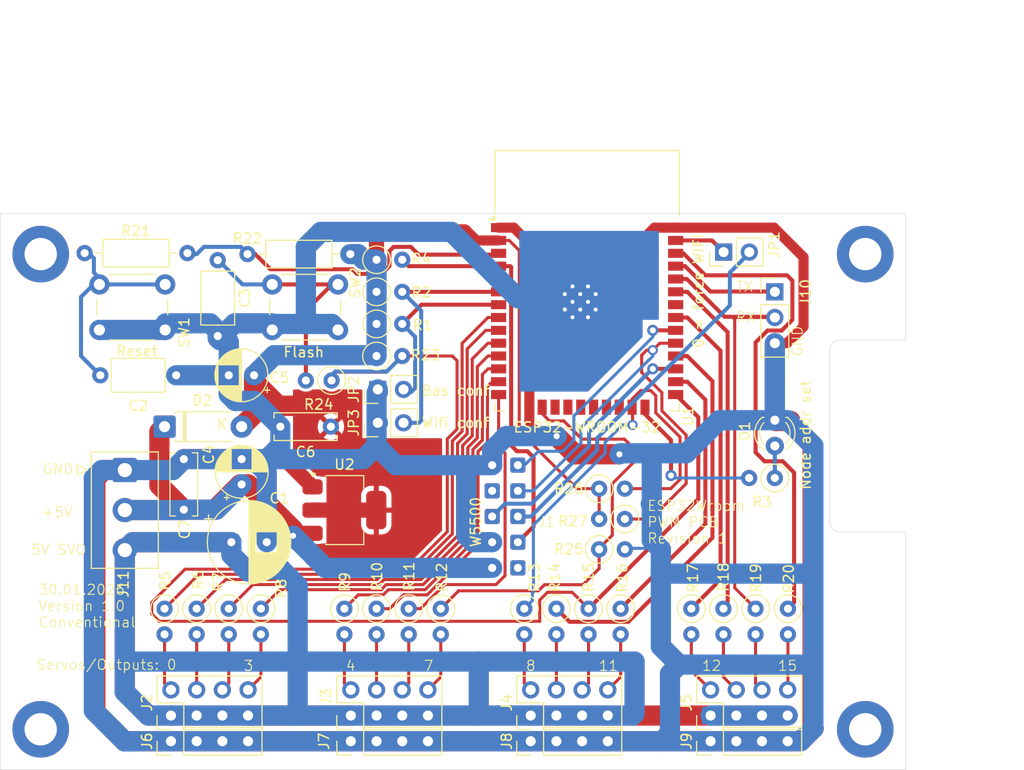
<source format=kicad_pcb>
(kicad_pcb (version 20241229) (generator "pcbnew") (generator_version "9.0")
  (title_block (title "ESP32 Wroom PWM PCB") (date "2025-12-02") (rev "1.0") (company "Rolf Jethon privat"))
  (layers (0 "F.Cu" signal) (2 "B.Cu" signal) (13 "F.Paste" user) (15 "B.Paste" user) (5 "F.SilkS" user "F.Silkscreen") (7 "B.SilkS" user "B.Silkscreen") (1 "F.Mask" user) (3 "B.Mask" user) (25 "Edge.Cuts" user))
  (net 0 "")
  (net 1 "GND")
  (net 2 "+5C")
  (net 3 "Net-(D1-A)")
  (net 5 "+5V")
  (net 6 "+3.3V")
  (net 7 "Net-(J1-RST)")
  (net 8 "Net-(J1-MOSI)")
  (net 9 "Net-(J1-SCLK)")
  (net 10 "Net-(J1-SCS)")
  (net 11 "Net-(J2-Pin_6)")
  (net 12 "Net-(J2-Pin_2)")
  (net 13 "Net-(J2-Pin_8)")
  (net 14 "Net-(J2-Pin_4)")
  (net 15 "Net-(J3-Pin_4)")
  (net 16 "Net-(J3-Pin_8)")
  (net 17 "Net-(J3-Pin_6)")
  (net 18 "Net-(J3-Pin_2)")
  (net 19 "Net-(J4-Pin_6)")
  (net 20 "Net-(J4-Pin_2)")
  (net 21 "Net-(J4-Pin_4)")
  (net 22 "Net-(J4-Pin_8)")
  (net 23 "Net-(J5-Pin_4)")
  (net 24 "Net-(J5-Pin_6)")
  (net 25 "Net-(J5-Pin_8)")
  (net 26 "Net-(J5-Pin_2)")
  (net 27 "Net-(JP1-A)")
  (net 28 "Net-(JP2-B)")
  (net 29 "Net-(JP3-B)")
  (net 30 "Net-(U1-IO2)")
  (net 31 "Net-(J10-Pin_2)")
  (net 32 "Net-(J10-Pin_1)")
  (net 34 "Net-(U1-IO33)")
  (net 36 "Net-(U1-IO32)")
  (net 37 "Net-(U1-IO27)")
  (net 40 "Net-(U1-IO26)")
  (net 42 "Net-(U1-IO25)")
  (net 44 "Net-(U1-IO17)")
  (net 45 "Net-(U1-IO15)")
  (net 47 "Net-(U1-IO14)")
  (net 48 "Net-(U1-IO13)")
  (net 49 "Net-(U1-IO12)")
  (net 50 "Net-(U1-IO4)")
  (net 51 "Net-(U1-IO0)")
  (net 53 "Net-(U1-EN)")
  (net 54 "Net-(J1-MISO)")
  (net 55 "Net-(C2-Pad1)")
  (net 56 "Net-(C3-Pad1)")
  (net 57 "Net-(U1-IO19)")
  (net 58 "Net-(U1-IO21)")
  (net 59 "Net-(U1-IO22)")
  (footprint "Capacitor_THT:C_Disc_D6.0mm_W2.5mm_P5.00mm" (layer "F.Cu") (at 144.145 83.78 90)
    (property "Reference" "C7")
    (property "Value" "100nF")
  )
  (footprint "Resistor_THT:R_Axial_DIN0207_L6.3mm_D2.5mm_P2.54mm_Vertical" (layer "F.Cu") (at 185.2 87.7)
    (property "Reference" "R25")
    (property "Value" "10K" (hide yes))
  )
  (footprint "Connector_PinHeader_2.54mm:PinHeader_2x04_P2.54mm_Vertical" (layer "F.Cu") (at 196.215 104.14 90)
    (property "Reference" "J5")
    (property "Value" "~")
  )
  (footprint "Resistor_THT:R_Axial_DIN0207_L6.3mm_D2.5mm_P2.54mm_Vertical" (layer "F.Cu") (at 180.975 93.57 -90)
    (property "Reference" "R14")
    (property "Value" "120")
  )
  (footprint "Resistor_THT:R_Axial_DIN0207_L6.3mm_D2.5mm_P2.54mm_Vertical" (layer "F.Cu") (at 202.565 80.645 180)
    (property "Reference" "R3")
    (property "Value" "220")
  )
  (footprint "Connector_PinHeader_2.54mm:PinHeader_2x04_P2.54mm_Vertical" (layer "F.Cu") (at 178.435 104.14 90)
    (property "Reference" "J4")
    (property "Value" "~")
  )
  (footprint "Connector_PinHeader_2.54mm:PinHeader_1x03_P2.54mm_Vertical" (layer "F.Cu") (at 202.565 62.23)
    (property "Reference" "J10")
    (property "Value" "Programming")
  )
  (footprint "Capacitor_THT:C_Axial_L5.1mm_D3.1mm_P7.50mm_Horizontal" (layer "F.Cu") (at 147.5 59.1 -90)
    (property "Reference" "C3")
    (property "Value" "1nF")
  )
  (footprint "Resistor_THT:R_Axial_DIN0207_L6.3mm_D2.5mm_P2.54mm_Vertical" (layer "F.Cu") (at 169.545 93.57 -90)
    (property "Reference" "R12")
    (property "Value" "120")
  )
  (footprint "Connector_PinHeader_2.54mm:PinHeader_1x04_P2.54mm_Vertical" (layer "F.Cu") (at 178.435 106.68 90)
    (property "Reference" "J8")
    (property "Value" "~")
  )
  (footprint "Connector_PinHeader_2.54mm:PinHeader_1x02_P2.54mm_Vertical" (layer "F.Cu") (at 197.5 58.3 90)
    (property "Reference" "JP1")
    (property "Value" "0 = force WIFI")
  )
  (footprint "Mylib:W5500_Modul" (layer "F.Cu") (at 177.165 84.455)
    (property "Reference" "J1")
    (property "Value" "W5500")
  )
  (footprint "Resistor_THT:R_Axial_DIN0207_L6.3mm_D2.5mm_P2.54mm_Vertical" (layer "F.Cu") (at 163.195 68.58)
    (property "Reference" "R23")
    (property "Value" "10K")
  )
  (footprint "Capacitor_THT:CP_Radial_D5.0mm_P2.50mm" (layer "F.Cu") (at 149.86 81.28 90)
    (property "Reference" "C4")
    (property "Value" "10µf")
  )
  (footprint "Resistor_THT:R_Axial_DIN0207_L6.3mm_D2.5mm_P2.54mm_Vertical" (layer "F.Cu") (at 160.02 93.57 -90)
    (property "Reference" "R9")
    (property "Value" "120")
  )
  (footprint "MountingHole:MountingHole_3.2mm_M3_DIN965_Pad_TopBottom" (layer "F.Cu") (at 130 105.5)
    (property "Reference" "REF**" (hide yes))
    (property "Value" "MountingHole_3.2mm_M3_DIN965_Pad_TopBottom" (hide yes))
  )
  (footprint "Resistor_THT:R_Axial_DIN0207_L6.3mm_D2.5mm_P2.54mm_Vertical" (layer "F.Cu") (at 185.2 81.7)
    (property "Reference" "R26")
    (property "Value" "10K" (hide yes))
  )
  (footprint "Resistor_THT:R_Axial_DIN0207_L6.3mm_D2.5mm_P2.54mm_Vertical" (layer "F.Cu") (at 142.24 93.57 -90)
    (property "Reference" "R5")
    (property "Value" "120")
  )
  (footprint "Resistor_THT:R_Axial_DIN0207_L6.3mm_D2.5mm_P2.54mm_Vertical" (layer "F.Cu") (at 166.38 93.57 -90)
    (property "Reference" "R11")
    (property "Value" "120")
  )
  (footprint "Capacitor_THT:CP_Radial_D8.0mm_P3.50mm" (layer "F.Cu") (at 148.842349 86.995)
    (property "Reference" "C1")
    (property "Value" "470µ")
  )
  (footprint "Capacitor_THT:C_Axial_L5.1mm_D3.1mm_P7.50mm_Horizontal" (layer "F.Cu") (at 135.89 70.485)
    (property "Reference" "C2")
    (property "Value" "1nF")
  )
  (footprint "Resistor_THT:R_Axial_DIN0207_L6.3mm_D2.5mm_P2.54mm_Vertical" (layer "F.Cu") (at 177.8 93.57 -90)
    (property "Reference" "R13")
    (property "Value" "120")
  )
  (footprint "Resistor_THT:R_Axial_DIN0207_L6.3mm_D2.5mm_P10.16mm_Horizontal" (layer "F.Cu") (at 144.5 58.4 180)
    (property "Reference" "R21")
    (property "Value" "470")
  )
  (footprint "Mylib:ESP32-WROOM-32" (layer "F.Cu") (at 184.01 64.13)
    (property "Reference" "U1")
    (property "Value" "ESP32-WROOM-32")
  )
  (footprint "Resistor_THT:R_Axial_DIN0207_L6.3mm_D2.5mm_P2.54mm_Vertical" (layer "F.Cu") (at 184.15 93.57 -90)
    (property "Reference" "R15")
    (property "Value" "120")
  )
  (footprint "Resistor_THT:R_Axial_DIN0207_L6.3mm_D2.5mm_P2.54mm_Vertical" (layer "F.Cu") (at 203.8604 93.57 -90)
    (property "Reference" "R20")
    (property "Value" "120")
  )
  (footprint "Connector_TE-Connectivity:TE_826576-3_1x03_P3.96mm_Vertical" (layer "F.Cu") (at 138.3125 79.86 -90)
    (property "Reference" "J11")
    (property "Value" "Power Connection")
  )
  (footprint "Package_TO_SOT_SMD:SOT-223-3_TabPin2" (layer "F.Cu") (at 160.02 83.82)
    (property "Reference" "U2")
    (property "Value" "AMS1117-3.3")
  )
  (footprint "Resistor_THT:R_Axial_DIN0207_L6.3mm_D2.5mm_P10.16mm_Horizontal" (layer "F.Cu") (at 160.6 58.5 180)
    (property "Reference" "R22")
    (property "Value" "10K")
  )
  (footprint "Connector_PinHeader_2.54mm:PinHeader_1x02_P2.54mm_Vertical" (layer "F.Cu") (at 163.322 75.184 90)
    (property "Reference" "JP3")
    (property "Value" "Wifi conf")
  )
  (footprint "Resistor_THT:R_Axial_DIN0207_L6.3mm_D2.5mm_P2.54mm_Vertical" (layer "F.Cu") (at 163.195 93.57 -90)
    (property "Reference" "R10")
    (property "Value" "120")
  )
  (footprint "Button_Switch_THT:SW_PUSH_6mm" (layer "F.Cu") (at 152.885 61.5)
    (property "Reference" "SW2")
    (property "Value" "Flash")
  )
  (footprint "Capacitor_THT:C_Disc_D6.0mm_W2.5mm_P5.00mm" (layer "F.Cu") (at 158.685 75.565 180)
    (property "Reference" "C6")
    (property "Value" "100nF")
  )
  (footprint "Connector_PinHeader_2.54mm:PinHeader_2x04_P2.54mm_Vertical" (layer "F.Cu") (at 160.655 104.14 90)
    (property "Reference" "J3")
    (property "Value" "~")
  )
  (footprint "Connector_PinHeader_2.54mm:PinHeader_1x04_P2.54mm_Vertical" (layer "F.Cu") (at 160.655 106.68 90)
    (property "Reference" "J7")
    (property "Value" "~")
  )
  (footprint "MountingHole:MountingHole_3.2mm_M3_DIN965_Pad_TopBottom" (layer "F.Cu") (at 211.5 58.5)
    (property "Reference" "REF**" (hide yes))
    (property "Value" "MountingHole_3.2mm_M3_DIN965_Pad_TopBottom" (hide yes))
  )
  (footprint "Resistor_THT:R_Axial_DIN0207_L6.3mm_D2.5mm_P2.54mm_Vertical" (layer "F.Cu") (at 145.415 93.57 -90)
    (property "Reference" "R6")
    (property "Value" "120")
  )
  (footprint "Resistor_THT:R_Axial_DIN0207_L6.3mm_D2.5mm_P2.54mm_Vertical" (layer "F.Cu") (at 158.75 71 180)
    (property "Reference" "R24")
    (property "Value" "470")
  )
  (footprint "Connector_PinHeader_2.54mm:PinHeader_1x02_P2.54mm_Vertical" (layer "F.Cu") (at 163.322 71.882 90)
    (property "Reference" "JP2")
    (property "Value" "Bas conf")
  )
  (footprint "Capacitor_THT:CP_Radial_D5.0mm_P2.50mm" (layer "F.Cu") (at 151.09 70.485 180)
    (property "Reference" "C5")
    (property "Value" "22µf")
  )
  (footprint "Connector_PinHeader_2.54mm:PinHeader_1x04_P2.54mm_Vertical" (layer "F.Cu") (at 142.875 106.68 90)
    (property "Reference" "J6")
    (property "Value" "~")
  )
  (footprint "Resistor_THT:R_Axial_DIN0207_L6.3mm_D2.5mm_P2.54mm_Vertical" (layer "F.Cu") (at 187.74 84.7 180)
    (property "Reference" "R27")
    (property "Value" "10K" (hide yes))
  )
  (footprint "MountingHole:MountingHole_3.2mm_M3_DIN965_Pad_TopBottom" (layer "F.Cu") (at 130 58.5)
    (property "Reference" "REF**" (hide yes))
    (property "Value" "MountingHole_3.2mm_M3_DIN965_Pad_TopBottom" (hide yes))
  )
  (footprint "Resistor_THT:R_Axial_DIN0207_L6.3mm_D2.5mm_P2.54mm_Vertical" (layer "F.Cu") (at 200.66 93.57 -90)
    (property "Reference" "R19")
    (property "Value" "120")
  )
  (footprint "Diode_THT:D_DO-41_SOD81_P7.62mm_Horizontal" (layer "F.Cu") (at 142.24 75.565)
    (property "Reference" "D2")
    (property "Value" "SS14")
  )
  (footprint "Resistor_THT:R_Axial_DIN0207_L6.3mm_D2.5mm_P2.54mm_Vertical" (layer "F.Cu") (at 163.195 59.055)
    (property "Reference" "R4")
    (property "Value" "10K")
  )
  (footprint "Resistor_THT:R_Axial_DIN0207_L6.3mm_D2.5mm_P2.54mm_Vertical" (layer "F.Cu") (at 163.195 65.405)
    (property "Reference" "R1")
    (property "Value" "10K")
  )
  (footprint "Resistor_THT:R_Axial_DIN0207_L6.3mm_D2.5mm_P2.54mm_Vertical" (layer "F.Cu") (at 163.195 62.23)
    (property "Reference" "R2")
    (property "Value" "10K")
  )
  (footprint "LED_THT:LED_D3.0mm" (layer "F.Cu") (at 202.565 74.93 -90)
    (property "Reference" "D1")
    (property "Value" "Node addr set")
  )
  (footprint "Resistor_THT:R_Axial_DIN0207_L6.3mm_D2.5mm_P2.54mm_Vertical" (layer "F.Cu") (at 197.485 93.57 -90)
    (property "Reference" "R18")
    (property "Value" "120")
  )
  (footprint "Button_Switch_THT:SW_PUSH_6mm" (layer "F.Cu") (at 135.8 61.5)
    (property "Reference" "SW1")
    (property "Value" "Reset")
  )
  (footprint "Resistor_THT:R_Axial_DIN0207_L6.3mm_D2.5mm_P2.54mm_Vertical" (layer "F.Cu") (at 187.325 93.57 -90)
    (property "Reference" "R16")
    (property "Value" "120")
  )
  (footprint "Resistor_THT:R_Axial_DIN0207_L6.3mm_D2.5mm_P2.54mm_Vertical" (layer "F.Cu") (at 151.765 93.57 -90)
    (property "Reference" "R8")
    (property "Value" "120")
  )
  (footprint "Resistor_THT:R_Axial_DIN0207_L6.3mm_D2.5mm_P2.54mm_Vertical" (layer "F.Cu") (at 148.59 93.57 -90)
    (property "Reference" "R7")
    (property "Value" "120")
  )
  (footprint "Connector_PinHeader_2.54mm:PinHeader_1x04_P2.54mm_Vertical" (layer "F.Cu") (at 196.215 106.68 90)
    (property "Reference" "J9")
    (property "Value" "~")
  )
  (footprint "Connector_PinHeader_2.54mm:PinHeader_2x04_P2.54mm_Vertical" (layer "F.Cu") (at 142.875 104.14 90)
    (property "Reference" "J2")
    (property "Value" "~")
  )
  (footprint "Resistor_THT:R_Axial_DIN0207_L6.3mm_D2.5mm_P2.54mm_Vertical" (layer "F.Cu") (at 194.31 93.57 -90)
    (property "Reference" "R17")
    (property "Value" "120")
  )
  (footprint "MountingHole:MountingHole_3.2mm_M3_DIN965_Pad_TopBottom" (layer "F.Cu") (at 211.5 105.5)
    (property "Reference" "REF**" (hide yes))
    (property "Value" "MountingHole_3.2mm_M3_DIN965_Pad_TopBottom" (hide yes))
  )
  (gr_line (start 208 85) (end 208 68) (stroke (width 0.05)) (layer "Edge.Cuts"))
  (gr_line (start 209 67) (end 215.5 67) (stroke (width 0.05)) (layer "Edge.Cuts"))
  (gr_line (start 126 109.5) (end 215.5 109.5) (stroke (width 0.05)) (layer "Edge.Cuts"))
  (gr_line (start 126 54.5) (end 126 109.5) (stroke (width 0.05)) (layer "Edge.Cuts"))
  (gr_line (start 215.5 67) (end 215.5 54.5) (stroke (width 0.05)) (layer "Edge.Cuts"))
  (gr_line (start 215.5 86) (end 209 86) (stroke (width 0.05)) (layer "Edge.Cuts"))
  (gr_line (start 215.5 109.5) (end 215.5 86) (stroke (width 0.05)) (layer "Edge.Cuts"))
  (gr_line (start 215.5 54.5) (end 126 54.5) (stroke (width 0.05)) (layer "Edge.Cuts"))
  (gr_arc (start 208 68) (mid 208.292893 67.292893) (end 209 67) (stroke (width 0.05)) (layer "Edge.Cuts"))
  (gr_arc (start 209 86) (mid 208.292893 85.707107) (end 208 85) (stroke (width 0.05)) (layer "Edge.Cuts"))
  (gr_text "5V SVO" (at 129 88.3158 0) (layer "F.SilkS") (effects (font (size 1 1) (thickness 0.1)) (justify left bottom)))
  (gr_text "Servos/Outputs: 0" (at 129.5 99.7 0) (layer "F.SilkS") (effects (font (size 1 1) (thickness 0.1)) (justify left bottom)))
  (gr_text "8" (at 177.9 99.8 0) (layer "F.SilkS") (effects (font (size 1 1) (thickness 0.1)) (justify left bottom)))
  (gr_text "11" (at 185.1 99.8 0) (layer "F.SilkS") (effects (font (size 1 1) (thickness 0.1)) (justify left bottom)))
  (gr_text "TX" (at 198.6534 62.3062 0) (layer "F.SilkS") (effects (font (size 1 1) (thickness 0.1)) (justify left bottom)))
  (gr_text "30.01.2026\nVersion 1.0\nConventional " (at 129.7 95.5 0) (layer "F.SilkS") (effects (font (size 1 1) (thickness 0.1)) (justify left bottom)))
  (gr_text "GND" (at 205.4 68.7 90) (layer "F.SilkS") (effects (font (size 1 1) (thickness 0.1)) (justify left bottom)))
  (gr_text "4" (at 160.1 99.8 0) (layer "F.SilkS") (effects (font (size 1 1) (thickness 0.1)) (justify left bottom)))
  (gr_text "12" (at 195.3 99.8 0) (layer "F.SilkS") (effects (font (size 1 1) (thickness 0.1)) (justify left bottom)))
  (gr_text "3" (at 150 99.8 0) (layer "F.SilkS") (effects (font (size 1 1) (thickness 0.1)) (justify left bottom)))
  (gr_text "RX" (at 198.6534 65.3288 0) (layer "F.SilkS") (effects (font (size 1 1) (thickness 0.1)) (justify left bottom)))
  (gr_text "GND" (at 130.1242 80.36 0) (layer "F.SilkS") (effects (font (size 1 1) (thickness 0.1)) (justify left bottom)))
  (gr_text "7" (at 167.8 99.8 0) (layer "F.SilkS") (effects (font (size 1 1) (thickness 0.1)) (justify left bottom)))
  (gr_text "+5V" (at 130.048 84.6074 0) (layer "F.SilkS") (effects (font (size 1 1) (thickness 0.1)) (justify left bottom)))
  (gr_text "ESP32Wroom\nPWM PCB\nRevision 1" (at 189.9 87.2 0) (layer "F.SilkS") (effects (font (size 1 1) (thickness 0.1)) (justify left bottom)))
  (gr_text "15" (at 202.8 99.8 0) (layer "F.SilkS") (effects (font (size 1 1) (thickness 0.1)) (justify left bottom)))
  (segment (start 179.41 76.5) (end 181 76.5) (width 1) (layer "F.Cu") (net 1))
  (segment (start 206.4 105.4) (end 206.3 105.3) (width 2) (layer "F.Cu") (net 1))
  (segment (start 203.767081 67.31) (end 202.565 67.31) (width 1) (layer "F.Cu") (net 1))
  (segment (start 135.4 103.8) (end 138.28 106.68) (width 2) (layer "F.Cu") (net 1))
  (segment (start 135.4 80.7) (end 135.4 103.8) (width 2) (layer "F.Cu") (net 1))
  (segment (start 205.4 58.8) (end 205.4 65.677081) (width 1) (layer "F.Cu") (net 1))
  (segment (start 175.26 55.88) (end 176.7525 55.88) (width 1) (layer "F.Cu") (net 1))
  (segment (start 178.3 75.39) (end 179.41 76.5) (width 1) (layer "F.Cu") (net 1))
  (segment (start 147.955 106.68) (end 150.495 106.68) (width 2) (layer "F.Cu") (net 1))
  (segment (start 192.76 55.88) (end 202.48 55.88) (width 1) (layer "F.Cu") (net 1))
  (segment (start 196.215 106.68) (end 198.755 106.68) (width 2) (layer "F.Cu") (net 1))
  (segment (start 156.87 81.52) (end 154.13 78.78) (width 1.5) (layer "F.Cu") (net 1))
  (segment (start 180.975 106.68) (end 183.515 106.68) (width 2) (layer "F.Cu") (net 1))
  (segment (start 198.755 106.68) (end 201.295 106.68) (width 2) (layer "F.Cu") (net 1))
  (segment (start 201.295 106.68) (end 203.835 106.68) (width 2) (layer "F.Cu") (net 1))
  (segment (start 203.835 106.68) (end 205.12 106.68) (width 2) (layer "F.Cu") (net 1))
  (segment (start 183.515 106.68) (end 186.055 106.68) (width 2) (layer "F.Cu") (net 1))
  (segment (start 138.3125 79.86) (end 136.24 79.86) (width 2) (layer "F.Cu") (net 1))
  (segment (start 178.3 69.0125) (end 183.33 63.9825) (width 1) (layer "F.Cu") (net 1))
  (segment (start 182.8 78.3) (end 181 76.5) (width 2) (layer "F.Cu") (net 1))
  (segment (start 165.735 106.68) (end 168.275 106.68) (width 2) (layer "F.Cu") (net 1))
  (segment (start 205.12 106.68) (end 206.4 105.4) (width 2) (layer "F.Cu") (net 1))
  (segment (start 136.24 79.86) (end 135.4 80.7) (width 2) (layer "F.Cu") (net 1))
  (segment (start 178.3 73.64) (end 178.3 75.39) (width 1) (layer "F.Cu") (net 1))
  (segment (start 204.1 75) (end 202.635 75) (width 2) (layer "F.Cu") (net 1))
  (segment (start 154.13 78.78) (end 149.86 78.78) (width 1.5) (layer "F.Cu") (net 1))
  (segment (start 145.415 106.68) (end 147.955 106.68) (width 2) (layer "F.Cu") (net 1))
  (segment (start 190.67 55.88) (end 183.33 63.22) (width 1) (layer "F.Cu") (net 1))
  (segment (start 206.3 105.3) (end 206.3 77.4) (width 2) (layer "F.Cu") (net 1))
  (segment (start 204.1 75.2) (end 204.1 75) (width 2) (layer "F.Cu") (net 1))
  (segment (start 192.76 55.88) (end 190.67 55.88) (width 1) (layer "F.Cu") (net 1))
  (segment (start 202.48 55.88) (end 205.4 58.8) (width 1) (layer "F.Cu") (net 1))
  (segment (start 163.195 106.68) (end 165.735 106.68) (width 2) (layer "F.Cu") (net 1))
  (segment (start 187.2 78.3) (end 182.8 78.3) (width 2) (layer "F.Cu") (net 1))
  (segment (start 202.635 75) (end 202.565 74.93) (width 2) (layer "F.Cu") (net 1))
  (segment (start 142.875 106.68) (end 145.415 106.68) (width 2) (layer "F.Cu") (net 1))
  (segment (start 186.055 106.68) (end 196.215 106.68) (width 2) (layer "F.Cu") (net 1))
  (segment (start 205.4 65.677081) (end 203.767081 67.31) (width 1) (layer "F.Cu") (net 1))
  (segment (start 178.435 106.68) (end 180.975 106.68) (width 2) (layer "F.Cu") (net 1))
  (segment (start 178.3 73.64) (end 178.3 69.0125) (width 1) (layer "F.Cu") (net 1))
  (segment (start 168.275 106.68) (end 178.435 106.68) (width 2) (layer "F.Cu") (net 1))
  (segment (start 202.565 74.93) (end 202.565 67.46) (width 2) (layer "F.Cu") (net 1))
  (segment (start 206.3 77.4) (end 204.1 75.2) (width 2) (layer "F.Cu") (net 1))
  (segment (start 160.655 106.68) (end 163.195 106.68) (width 2) (layer "F.Cu") (net 1))
  (segment (start 176.7525 55.88) (end 183.33 62.4575) (width 1) (layer "F.Cu") (net 1))
  (segment (start 144.145 78.78) (end 149.86 78.78) (width 2) (layer "F.Cu") (net 1))
  (segment (start 138.28 106.68) (end 142.875 106.68) (width 2) (layer "F.Cu") (net 1))
  (segment (start 150.495 106.68) (end 160.655 106.68) (width 2) (layer "F.Cu") (net 1))
  (via (at 181 76.5) (size 1) (drill 0.6) (layers "F.Cu" "B.Cu") (net 1))
  (via (at 187.2 78.3) (size 1) (drill 0.6) (layers "F.Cu" "B.Cu") (net 1))
  (segment (start 190.4 83.1) (end 190.4 78.2) (width 2) (layer "B.Cu") (net 1))
  (segment (start 151.145 73.025) (end 149.225 73.025) (width 2) (layer "B.Cu") (net 1))
  (segment (start 196.215 106.68) (end 198.755 106.68) (width 2) (layer "B.Cu") (net 1))
  (segment (start 187.2 78.3) (end 187.3 78.2) (width 2) (layer "B.Cu") (net 1))
  (segment (start 142.875 106.68) (end 139.065 106.68) (width 2) (layer "B.Cu") (net 1))
  (segment (start 172.72 86.995) (end 172.085 86.36) (width 2) (layer "B.Cu") (net 1))
  (segment (start 142.875 106.68) (end 145.415 106.68) (width 2) (layer "B.Cu") (net 1))
  (segment (start 148.4 67) (end 147.7 67) (width 2) (layer "B.Cu") (net 1))
  (segment (start 147.955 66.555) (end 146.745 65.345) (width 2) (layer "B.Cu") (net 1))
  (segment (start 187.3 78.2) (end 193.8 78.2) (width 2) (layer "B.Cu") (net 1))
  (segment (start 150.99137 78.78) (end 152.342349 80.130979) (width 2) (layer "B.Cu") (net 1))
  (segment (start 147.5 66.6) (end 147.545 66.555) (width 2) (layer "B.Cu") (net 1))
  (segment (start 202.565 74.93) (end 197.07 74.93) (width 2) (layer "B.Cu") (net 1))
  (segment (start 190.4 83.3) (end 190.4 86.8) (width 2) (layer "B.Cu") (net 1))
  (segment (start 145.415 106.68) (end 147.955 106.68) (width 2) (layer "B.Cu") (net 1))
  (segment (start 190.4 86.8) (end 191.3 87.7) (width 2) (layer "B.Cu") (net 1))
  (segment (start 172.085 79.375) (end 165.1 79.375) (width 2) (layer "B.Cu") (net 1))
  (segment (start 181 76.5) (end 176 76.5) (width 2) (layer "B.Cu") (net 1))
  (segment (start 150.495 106.68) (end 160.655 106.68) (width 2) (layer "B.Cu") (net 1))
  (segment (start 187.84 87.6) (end 191.2 87.6) (width 0.3) (layer "B.Cu") (net 1))
  (segment (start 197.07 74.93) (end 193.8 78.2) (width 2) (layer "B.Cu") (net 1))
  (segment (start 138.3125 79.86) (end 143.065 79.86) (width 2) (layer "B.Cu") (net 1))
  (segment (start 163.195 72.263) (end 163.195 75.057) (width 2) (layer "B.Cu") (net 1))
  (segment (start 172.085 86.36) (end 172.085 79.375) (width 2) (layer "B.Cu") (net 1))
  (segment (start 191.2 87.6) (end 191.3 87.7) (width 0.3) (layer "B.Cu") (net 1))
  (segment (start 178.435 106.68) (end 180.975 106.68) (width 2) (layer "B.Cu") (net 1))
  (segment (start 174.625 79.375) (end 172.085 79.375) (width 2) (layer "B.Cu") (net 1))
  (segment (start 147.955 66.555) (end 149.165 65.345) (width 2) (layer "B.Cu") (net 1))
  (segment (start 177.165 62.865) (end 183.515 62.865) (width 2) (layer "B.Cu") (net 1))
  (segment (start 148.59 70.485) (end 143.39 70.485) (width 2) (layer "B.Cu") (net 1))
  (segment (start 163.195 75.311) (end 163.322 75.184) (width 2) (layer "B.Cu") (net 1))
  (segment (start 143.065 79.86) (end 144.145 78.78) (width 2) (layer "B.Cu") (net 1))
  (segment (start 152.885 66) (end 153.48 65.405) (width 2) (layer "B.Cu") (net 1))
  (segment (start 163.195 75.057) (end 163.322 75.184) (width 2) (layer "B.Cu") (net 1))
  (segment (start 152.885 65.405) (end 152.885 66) (width 2) (layer "B.Cu") (net 1))
  (segment (start 156.21 65.405) (end 156.21 57.785) (width 2) (layer "B.Cu") (net 1))
  (segment (start 206.375 99.1) (end 206.375 105.41) (width 2) (layer "B.Cu") (net 1))
  (segment (start 147.545 66.555) (end 147.955 66.555) (width 2) (layer "B.Cu") (net 1))
  (segment (start 152.36 78.78) (end 153.685 77.455) (width 2) (layer "B.Cu") (net 1))
  (segment (start 160.655 106.68) (end 163.195 106.68) (width 2) (layer "B.Cu") (net 1))
  (segment (start 144.145 78.78) (end 149.86 78.78) (width 2) (layer "B.Cu") (net 1))
  (segment (start 206.375 105.41) (end 205.105 106.68) (width 2) (layer "B.Cu") (net 1))
  (segment (start 142.315 65.405) (end 142.315 66) (width 2) (layer "B.Cu") (net 1))
  (segment (start 149.225 73.025) (end 148.59 72.39) (width 2) (layer "B.Cu") (net 1))
  (segment (start 191.3 90.1) (end 191.3 97.3) (width 2) (layer "B.Cu") (net 1))
  (segment (start 163.322 71.882) (end 163.322 72.136) (width 2) (layer "B.Cu") (net 1))
  (segment (start 163.195 77.47) (end 163.195 75.311) (width 2) (layer "B.Cu") (net 1))
  (segment (start 174.625 77.875) (end 174.625 79.375) (width 2) (layer "B.Cu") (net 1))
  (segment (start 156.21 65.405) (end 158.79 65.405) (width 2) (layer "B.Cu") (net 1))
  (segment (start 192.2 100) (end 192.2 105.88) (width 2) (layer "B.Cu") (net 1))
  (segment (start 206.375 77.47) (end 206.375 90.1) (width 2) (layer "B.Cu") (net 1))
  (segment (start 142.315 66) (end 135.815 66) (width 2) (layer "B.Cu") (net 1))
  (segment (start 192.2 105.88) (end 191.4 106.68) (width 2) (layer "B.Cu") (net 1))
  (segment (start 165.1 79.375) (end 163.195 77.47) (width 2) (layer "B.Cu") (net 1))
  (segment (start 157.696 56.299) (end 170.599 56.299) (width 2) (layer "B.Cu") (net 1))
  (segment (start 152.342349 80.130979) (end 152.342349 86.995) (width 2) (layer "B.Cu") (net 1))
  (segment (start 183.515 106.68) (end 186.055 106.68) (width 2) (layer "B.Cu") (net 1))
  (segment (start 193.1 99.1) (end 192.2 100) (width 2) (layer "B.Cu") (net 1))
  (segment (start 205.105 106.68) (end 203.835 106.68) (width 2) (layer "B.Cu") (net 1))
  (segment (start 153.685 77.455) (end 153.685 75.565) (width 2) (layer "B.Cu") (net 1))
  (segment (start 176 76.5) (end 174.625 77.875) (width 2) (layer "B.Cu") (net 1))
  (segment (start 149.165 65.345) (end 152.825 65.345) (width 2) (layer "B.Cu") (net 1))
  (segment (start 139.045 106.7) (end 138.3 106.7) (width 2) (layer "B.Cu") (net 1))
  (segment (start 158.79 65.405) (end 159.385 66) (width 2) (layer "B.Cu") (net 1))
  (segment (start 146.745 65.345) (end 142.375 65.345) (width 2) (layer "B.Cu") (net 1))
  (segment (start 191.4 106.68) (end 196.215 106.68) (width 2) (layer "B.Cu") (net 1))
  (segment (start 147.5 66.8) (end 147.5 66.6) (width 2) (layer "B.Cu") (net 1))
  (segment (start 138.3 106.7) (end 135.255 103.655) (width 2) (layer "B.Cu") (net 1))
  (segment (start 191.3 97.3) (end 193.1 99.1) (width 2) (layer "B.Cu") (net 1))
  (segment (start 149.86 78.78) (end 152.36 78.78) (width 2) (layer "B.Cu") (net 1))
  (segment (start 206.375 90.1) (end 206.375 99.1) (width 2) (layer "B.Cu") (net 1))
  (segment (start 139.065 106.68) (end 139.045 106.7) (width 2) (layer "B.Cu") (net 1))
  (segment (start 202.565 74.93) (end 203.835 74.93) (width 2) (layer "B.Cu") (net 1))
  (segment (start 198.755 106.68) (end 201.295 106.68) (width 2) (layer "B.Cu") (net 1))
  (segment (start 201.295 106.68) (end 203.835 106.68) (width 2) (layer "B.Cu") (net 1))
  (segment (start 165.735 106.68) (end 168.275 106.68) (width 2) (layer "B.Cu") (net 1))
  (segment (start 156.21 57.785) (end 157.696 56.299) (width 2) (layer "B.Cu") (net 1))
  (segment (start 163.322 72.136) (end 163.195 72.263) (width 2) (layer "B.Cu") (net 1))
  (segment (start 152.825 65.345) (end 152.885 65.405) (width 2) (layer "B.Cu") (net 1))
  (segment (start 170.599 56.299) (end 177.165 62.865) (width 2) (layer "B.Cu") (net 1))
  (segment (start 147.955 106.68) (end 150.495 106.68) (width 2) (layer "B.Cu") (net 1))
  (segment (start 148.59 72.39) (end 148.59 70.485) (width 2) (layer "B.Cu") (net 1))
  (segment (start 191.3 90.1) (end 206.375 90.1) (width 2) (layer "B.Cu") (net 1))
  (segment (start 180.975 106.68) (end 183.515 106.68) (width 2) (layer "B.Cu") (net 1))
  (segment (start 161.885 78.78) (end 163.195 77.47) (width 2) (layer "B.Cu") (net 1))
  (segment (start 153.685 75.565) (end 151.145 73.025) (width 2) (layer "B.Cu") (net 1))
  (segment (start 203.835 74.93) (end 206.375 77.47) (width 2) (layer "B.Cu") (net 1))
  (segment (start 163.195 106.68) (end 165.735 106.68) (width 2) (layer "B.Cu") (net 1))
  (segment (start 142.375 65.345) (end 142.315 65.405) (width 2) (layer "B.Cu") (net 1))
  (segment (start 174.625 86.995) (end 172.72 86.995) (width 2) (layer "B.Cu") (net 1))
  (segment (start 190.3 83.2) (end 190.4 83.3) (width 2) (layer "B.Cu") (net 1))
  (segment (start 168.275 106.68) (end 178.435 106.68) (width 2) (layer "B.Cu") (net 1))
  (segment (start 135.255 80.645) (end 136.04 79.86) (width 2) (layer "B.Cu") (net 1))
  (segment (start 186.055 106.68) (end 191.4 106.68) (width 2) (layer "B.Cu") (net 1))
  (segment (start 202.565 67.31) (end 202.565 74.93) (width 2) (layer "B.Cu") (net 1))
  (segment (start 153.48 65.405) (end 156.21 65.405) (width 2) (layer "B.Cu") (net 1))
  (segment (start 135.255 103.655) (end 135.255 80.645) (width 2) (layer "B.Cu") (net 1))
  (segment (start 148.59 70.485) (end 148.59 67.19) (width 2) (layer "B.Cu") (net 1))
  (segment (start 149.86 78.78) (end 150.99137 78.78) (width 2) (layer "B.Cu") (net 1))
  (segment (start 191.3 87.7) (end 191.3 90.1) (width 2) (layer "B.Cu") (net 1))
  (segment (start 152.36 78.78) (end 161.885 78.78) (width 2) (layer "B.Cu") (net 1))
  (segment (start 148.59 67.19) (end 148.4 67) (width 2) (layer "B.Cu") (net 1))
  (segment (start 193.1 99.1) (end 206.375 99.1) (width 2) (layer "B.Cu") (net 1))
  (segment (start 136.04 79.86) (end 138.3125 79.86) (width 2) (layer "B.Cu") (net 1))
  (segment (start 147.7 67) (end 147.5 66.8) (width 2) (layer "B.Cu") (net 1))
  (segment (start 160.655 104.14) (end 150.495 104.14) (width 2) (layer "F.Cu") (net 2))
  (segment (start 138.3125 87.78) (end 139.0975 86.995) (width 2) (layer "F.Cu") (net 2))
  (segment (start 138.32 87.78) (end 139.105 86.995) (width 2) (layer "F.Cu") (net 2))
  (segment (start 140.64 104.14) (end 138.3 101.8) (width 2) (layer "F.Cu") (net 2))
  (segment (start 139.0975 86.995) (end 148.842349 86.995) (width 2) (layer "F.Cu") (net 2))
  (segment (start 142.875 104.14) (end 140.64 104.14) (width 2) (layer "F.Cu") (net 2))
  (segment (start 142.875 104.14) (end 203.835 104.14) (width 2) (layer "F.Cu") (net 2))
  (segment (start 138.3125 101.7875) (end 138.3125 87.78) (width 2) (layer "F.Cu") (net 2))
  (segment (start 138.3 101.8) (end 138.3125 101.7875) (width 2) (layer "F.Cu") (net 2))
  (segment (start 138.3125 98.8) (end 138.3125 87.78) (width 2) (layer "B.Cu") (net 2))
  (segment (start 142.875 104.14) (end 140.64 104.14) (width 2) (layer "B.Cu") (net 2))
  (segment (start 183.515 104.14) (end 186.055 104.14) (width 2) (layer "B.Cu") (net 2))
  (segment (start 139.0975 86.995) (end 138.3125 87.78) (width 2) (layer "B.Cu") (net 2))
  (segment (start 138.3 101.8) (end 138.3125 101.7875) (width 2) (layer "B.Cu") (net 2))
  (segment (start 150.495 104.14) (end 155.2 104.14) (width 2) (layer "B.Cu") (net 2))
  (segment (start 138.3125 98.8) (end 173.3 98.8) (width 2) (layer "B.Cu") (net 2))
  (segment (start 147.955 104.14) (end 145.415 104.14) (width 2) (layer "B.Cu") (net 2))
  (segment (start 188.7 103.94) (end 188.5 104.14) (width 2) (layer "B.Cu") (net 2))
  (segment (start 150.495 104.14) (end 147.955 104.14) (width 2) (layer "B.Cu") (net 2))
  (segment (start 198.755 104.14) (end 201.295 104.14) (width 2) (layer "B.Cu") (net 2))
  (segment (start 188.5 104.14) (end 186.055 104.14) (width 2) (layer "B.Cu") (net 2))
  (segment (start 173.3 104.14) (end 178.435 104.14) (width 2) (layer "B.Cu") (net 2))
  (segment (start 160.655 104.14) (end 163.195 104.14) (width 2) (layer "B.Cu") (net 2))
  (segment (start 150.7 89.7) (end 153.8 89.7) (width 2) (layer "B.Cu") (net 2))
  (segment (start 201.295 104.14) (end 203.835 104.14) (width 2) (layer "B.Cu") (net 2))
  (segment (start 148.842349 86.995) (end 148.842349 88.242349) (width 2) (layer "B.Cu") (net 2))
  (segment (start 148.842349 86.995) (end 139.0975 86.995) (width 2) (layer "B.Cu") (net 2))
  (segment (start 188.7 98.8) (end 188.7 103.94) (width 2) (layer "B.Cu") (net 2))
  (segment (start 168.275 104.14) (end 173.3 104.14) (width 2) (layer "B.Cu") (net 2))
  (segment (start 148.842349 88.242349) (end 150.5 89.9) (width 2) (layer "B.Cu") (net 2))
  (segment (start 155.2 104.14) (end 160.655 104.14) (width 2) (layer "B.Cu") (net 2))
  (segment (start 145.415 104.14) (end 142.875 104.14) (width 2) (layer "B.Cu") (net 2))
  (segment (start 138.3125 101.7875) (end 138.3125 98.8) (width 2) (layer "B.Cu") (net 2))
  (segment (start 196.215 104.14) (end 198.755 104.14) (width 2) (layer "B.Cu") (net 2))
  (segment (start 153.8 89.7) (end 155.4 91.3) (width 2) (layer "B.Cu") (net 2))
  (segment (start 178.435 104.14) (end 180.975 104.14) (width 2) (layer "B.Cu") (net 2))
  (segment (start 163.195 104.14) (end 165.735 104.14) (width 2) (layer "B.Cu") (net 2))
  (segment (start 140.64 104.14) (end 138.3 101.8) (width 2) (layer "B.Cu") (net 2))
  (segment (start 150.5 89.9) (end 150.7 89.7) (width 2) (layer "B.Cu") (net 2))
  (segment (start 173.3 98.8) (end 188.7 98.8) (width 2) (layer "B.Cu") (net 2))
  (segment (start 155.4 103.94) (end 155.2 104.14) (width 2) (layer "B.Cu") (net 2))
  (segment (start 173.3 104.14) (end 173.3 98.8) (width 2) (layer "B.Cu") (net 2))
  (segment (start 180.975 104.14) (end 183.515 104.14) (width 2) (layer "B.Cu") (net 2))
  (segment (start 165.735 104.14) (end 168.275 104.14) (width 2) (layer "B.Cu") (net 2))
  (segment (start 155.4 91.3) (end 155.4 103.94) (width 2) (layer "B.Cu") (net 2))
  (segment (start 202.565 77.47) (end 202.565 80.645) (width 0.4) (layer "B.Cu") (net 3))
  (segment (start 142.24 75.565) (end 141.732 76.073) (width 2) (layer "F.Cu") (net 5))
  (segment (start 149.86 81.28) (end 150.495 81.28) (width 2) (layer "F.Cu") (net 5))
  (segment (start 154.94 85.725) (end 154.94 86.36) (width 2) (layer "F.Cu") (net 5))
  (segment (start 150.495 81.28) (end 154.94 85.725) (width 2) (layer "F.Cu") (net 5))
  (segment (start 156.87 86.12) (end 155.18 86.12) (width 1.5) (layer "F.Cu") (net 5))
  (segment (start 144.145 83.78) (end 147.22 83.78) (width 2) (layer "F.Cu") (net 5))
  (segment (start 149.72 81.28) (end 149.86 81.28) (width 2) (layer "F.Cu") (net 5))
  (segment (start 144.105 83.82) (end 144.145 83.78) (width 2) (layer "F.Cu") (net 5))
  (segment (start 141.732 76.073) (end 141.732 81.367) (width 2) (layer "F.Cu") (net 5))
  (segment (start 155.18 86.12) (end 154.94 86.36) (width 1.5) (layer "F.Cu") (net 5))
  (segment (start 141.732 81.367) (end 144.145 83.78) (width 2) (layer "F.Cu") (net 5))
  (segment (start 147.22 83.78) (end 149.72 81.28) (width 2) (layer "F.Cu") (net 5))
  (segment (start 138.3125 83.82) (end 144.105 83.82) (width 2) (layer "F.Cu") (net 5))
  (via (at 154.94 86.36) (size 1.1) (drill 0.6) (layers "F.Cu" "B.Cu") (net 5))
  (segment (start 155.5 86.9) (end 155.48 86.9) (width 2) (layer "B.Cu") (net 5))
  (segment (start 147.36 83.78) (end 149.86 81.28) (width 2) (layer "B.Cu") (net 5))
  (segment (start 144.105 83.82) (end 144.145 83.78) (width 2) (layer "B.Cu") (net 5))
  (segment (start 158.135 89.535) (end 155.5 86.9) (width 2) (layer "B.Cu") (net 5))
  (segment (start 155.48 86.9) (end 154.94 86.36) (width 2) (layer "B.Cu") (net 5))
  (segment (start 174.625 89.535) (end 158.135 89.535) (width 2) (layer "B.Cu") (net 5))
  (segment (start 138.3125 83.82) (end 144.105 83.82) (width 2) (layer "B.Cu") (net 5))
  (segment (start 144.145 83.78) (end 147.36 83.78) (width 2) (layer "B.Cu") (net 5))
  (segment (start 183 81.7) (end 185.2 81.7) (width 0.3) (layer "F.Cu") (net 6))
  (segment (start 163.195 56.3) (end 171.87 56.3) (width 1.5) (layer "F.Cu") (net 6))
  (segment (start 155.6436 73.5) (end 151.925 73.5) (width 2) (layer "F.Cu") (net 6))
  (segment (start 175.26 57.15) (end 172.72 57.15) (width 1) (layer "F.Cu") (net 6))
  (segment (start 155.6436 73.5) (end 156.5 73.5) (width 2) (layer "F.Cu") (net 6))
  (segment (start 153.5 73.5) (end 155.6436 73.5) (width 2) (layer "F.Cu") (net 6))
  (segment (start 177.3 76) (end 183 81.7) (width 0.3) (layer "F.Cu") (net 6))
  (segment (start 149.86 75.565) (end 151.09 74.335) (width 2) (layer "F.Cu") (net 6))
  (segment (start 163.195 59.055) (end 163.195 56.3) (width 1.5) (layer "F.Cu") (net 6))
  (segment (start 151.09 71.09) (end 153.5 73.5) (width 2) (layer "F.Cu") (net 6))
  (segment (start 151.09 70.485) (end 151.09 71.09) (width 2) (layer "F.Cu") (net 6))
  (segment (start 171.87 56.3) (end 172.72 57.15) (width 1.5) (layer "F.Cu") (net 6))
  (segment (start 175.26 57.15) (end 176.31 57.15) (width 0.3) (layer "F.Cu") (net 6))
  (segment (start 177.3 58.14) (end 177.3 76) (width 0.3) (layer "F.Cu") (net 6))
  (segment (start 176.31 57.15) (end 177.3 58.14) (width 0.3) (layer "F.Cu") (net 6))
  (segment (start 156.87 83.82) (end 163.17 83.82) (width 1.5) (layer "F.Cu") (net 6))
  (segment (start 151.09 74.335) (end 151.09 70.485) (width 2) (layer "F.Cu") (net 6))
  (segment (start 151.925 73.5) (end 151.09 74.335) (width 2) (layer "F.Cu") (net 6))
  (segment (start 185.2 81.7) (end 185.2 84.7) (width 0.3) (layer "F.Cu") (net 6))
  (segment (start 163.195 68.58) (end 163.195 65.405) (width 2) (layer "B.Cu") (net 6))
  (segment (start 163.195 62.23) (end 163.195 59.055) (width 2) (layer "B.Cu") (net 6))
  (segment (start 163.115 68.5) (end 163.195 68.58) (width 2) (layer "B.Cu") (net 6))
  (segment (start 161.925 59.055) (end 161.37 58.5) (width 2) (layer "B.Cu") (net 6))
  (segment (start 151.09 70.485) (end 153.075 68.5) (width 2) (layer "B.Cu") (net 6))
  (segment (start 153.075 68.5) (end 163.115 68.5) (width 2) (layer "B.Cu") (net 6))
  (segment (start 161.37 58.5) (end 160.6 58.5) (width 2) (layer "B.Cu") (net 6))
  (segment (start 163.195 59.055) (end 161.925 59.055) (width 2) (layer "B.Cu") (net 6))
  (segment (start 163.195 65.405) (end 163.195 62.23) (width 2) (layer "B.Cu") (net 6))
  (segment (start 190.5 69.85) (end 192.76 69.85) (width 0.4) (layer "F.Cu") (net 7))
  (via (at 190.5 69.85) (size 1.1) (drill 0.6) (layers "F.Cu" "B.Cu") (net 7))
  (segment (start 190.45 69.85) (end 190.5 69.85) (width 0.4) (layer "B.Cu") (net 7))
  (segment (start 184.2 77.5) (end 184.2 76.1) (width 0.4) (layer "B.Cu") (net 7))
  (segment (start 184.2 76.1) (end 190.45 69.85) (width 0.4) (layer "B.Cu") (net 7))
  (segment (start 178.515 83.185) (end 184.2 77.5) (width 0.4) (layer "B.Cu") (net 7))
  (segment (start 175.895 83.185) (end 178.515 83.185) (width 0.4) (layer "B.Cu") (net 7))
  (segment (start 174.625 84.455) (end 175.895 83.185) (width 0.4) (layer "B.Cu") (net 7))
  (segment (start 178.445 84.455) (end 177.165 84.455) (width 0.4) (layer "B.Cu") (net 8))
  (segment (start 198.12 63.58) (end 185 76.7) (width 0.4) (layer "B.Cu") (net 8))
  (segment (start 198.12 60.325) (end 198.12 63.58) (width 0.4) (layer "B.Cu") (net 8))
  (segment (start 185 77.9) (end 178.445 84.455) (width 0.4) (layer "B.Cu") (net 8))
  (segment (start 200.025 58.42) (end 198.12 60.325) (width 0.4) (layer "B.Cu") (net 8))
  (segment (start 185 76.7) (end 185 77.9) (width 0.4) (layer "B.Cu") (net 8))
  (segment (start 190.5 66.04) (end 192.76 66.04) (width 0.4) (layer "F.Cu") (net 9))
  (via (at 190.5 66.04) (size 1.1) (drill 0.6) (layers "F.Cu" "B.Cu") (net 9))
  (segment (start 182.7 76.9) (end 182.7 74.5) (width 0.3) (layer "B.Cu") (net 9))
  (segment (start 177.165 79.375) (end 177.825 79.375) (width 0.3) (layer "B.Cu") (net 9))
  (segment (start 190.5 66.7) (end 190.5 66.04) (width 0.3) (layer "B.Cu") (net 9))
  (segment (start 181.6 78) (end 182.7 76.9) (width 0.3) (layer "B.Cu") (net 9))
  (segment (start 177.825 79.375) (end 179.2 78) (width 0.3) (layer "B.Cu") (net 9))
  (segment (start 179.2 78) (end 181.6 78) (width 0.3) (layer "B.Cu") (net 9))
  (segment (start 182.7 74.5) (end 190.5 66.7) (width 0.3) (layer "B.Cu") (net 9))
  (segment (start 193.8 76.4) (end 191.4 74) (width 0.3) (layer "F.Cu") (net 10))
  (segment (start 191.4 72.2) (end 189.4 70.2) (width 0.3) (layer "F.Cu") (net 10))
  (segment (start 190.5 68) (end 191.19 67.31) (width 0.3) (layer "F.Cu") (net 10))
  (segment (start 189.4 70.2) (end 189.4 68.5) (width 0.3) (layer "F.Cu") (net 10))
  (segment (start 193.8 81.2) (end 193.8 76.4) (width 0.3) (layer "F.Cu") (net 10))
  (segment (start 187.74 84.7) (end 190.3 84.7) (width 0.3) (layer "F.Cu") (net 10))
  (segment (start 189.4 68.5) (end 189.9 68) (width 0.3) (layer "F.Cu") (net 10))
  (segment (start 191.4 74) (end 191.4 72.2) (width 0.3) (layer "F.Cu") (net 10))
  (segment (start 190.3 84.7) (end 193.8 81.2) (width 0.3) (layer "F.Cu") (net 10))
  (segment (start 191.19 67.31) (end 192.76 67.31) (width 0.3) (layer "F.Cu") (net 10))
  (segment (start 189.9 68) (end 190.5 68) (width 0.3) (layer "F.Cu") (net 10))
  (via (at 190.5 68) (size 1) (drill 0.6) (layers "F.Cu" "B.Cu") (net 10))
  (segment (start 190.126793 68.949) (end 190.151 68.949) (width 0.3) (layer "B.Cu") (net 10))
  (segment (start 190.5 68.6) (end 190.5 68) (width 0.3) (layer "B.Cu") (net 10))
  (segment (start 183.4 77.2) (end 183.4 75.675793) (width 0.3) (layer "B.Cu") (net 10))
  (segment (start 183.4 75.675793) (end 190.126793 68.949) (width 0.3) (layer "B.Cu") (net 10))
  (segment (start 177.165 81.915) (end 178.685 81.915) (width 0.3) (layer "B.Cu") (net 10))
  (segment (start 178.685 81.915) (end 183.4 77.2) (width 0.3) (layer "B.Cu") (net 10))
  (segment (start 190.151 68.949) (end 190.5 68.6) (width 0.3) (layer "B.Cu") (net 10))
  (segment (start 148.59 96.11) (end 148.59 100.965) (width 0.3) (layer "F.Cu") (net 11))
  (segment (start 148.59 100.965) (end 147.955 101.6) (width 0.3) (layer "F.Cu") (net 11))
  (segment (start 142.24 100.965) (end 142.875 101.6) (width 0.3) (layer "F.Cu") (net 12))
  (segment (start 142.24 96.11) (end 142.24 100.965) (width 0.3) (layer "F.Cu") (net 12))
  (segment (start 151.765 96.11) (end 151.765 100.33) (width 0.3) (layer "F.Cu") (net 13))
  (segment (start 151.765 100.33) (end 150.495 101.6) (width 0.3) (layer "F.Cu") (net 13))
  (segment (start 145.415 96.11) (end 145.415 101.6) (width 0.3) (layer "F.Cu") (net 14))
  (segment (start 163.195 96.11) (end 163.195 101.6) (width 0.3) (layer "F.Cu") (net 15))
  (segment (start 169.545 100.33) (end 168.275 101.6) (width 0.3) (layer "F.Cu") (net 16))
  (segment (start 169.545 96.11) (end 169.545 100.33) (width 0.3) (layer "F.Cu") (net 16))
  (segment (start 166.38 100.955) (end 165.735 101.6) (width 0.3) (layer "F.Cu") (net 17))
  (segment (start 166.38 96.11) (end 166.38 100.955) (width 0.3) (layer "F.Cu") (net 17))
  (segment (start 160.02 100.965) (end 160.655 101.6) (width 0.3) (layer "F.Cu") (net 18))
  (segment (start 160.02 96.11) (end 160.02 100.965) (width 0.3) (layer "F.Cu") (net 18))
  (segment (start 184.15 100.965) (end 183.515 101.6) (width 0.3) (layer "F.Cu") (net 19))
  (segment (start 184.15 96.11) (end 184.15 100.965) (width 0.3) (layer "F.Cu") (net 19))
  (segment (start 177.8 100.965) (end 178.435 101.6) (width 0.3) (layer "F.Cu") (net 20))
  (segment (start 177.8 96.11) (end 177.8 100.965) (width 0.3) (layer "F.Cu") (net 20))
  (segment (start 180.975 96.11) (end 180.975 101.6) (width 0.3) (layer "F.Cu") (net 21))
  (segment (start 187.325 100.33) (end 186.055 101.6) (width 0.3) (layer "F.Cu") (net 22))
  (segment (start 187.325 96.11) (end 187.325 100.33) (width 0.3) (layer "F.Cu") (net 22))
  (segment (start 197.485 96.11) (end 197.485 100.33) (width 0.3) (layer "F.Cu") (net 23))
  (segment (start 197.485 100.33) (end 198.755 101.6) (width 0.3) (layer "F.Cu") (net 23))
  (segment (start 200.66 100.965) (end 201.295 101.6) (width 0.3) (layer "F.Cu") (net 24))
  (segment (start 200.66 96.11) (end 200.66 100.965) (width 0.3) (layer "F.Cu") (net 24))
  (segment (start 203.8604 96.11) (end 203.8604 101.5746) (width 0.3) (layer "F.Cu") (net 25))
  (segment (start 194.31 96.11) (end 194.31 99.695) (width 0.3) (layer "F.Cu") (net 26))
  (segment (start 194.31 99.695) (end 196.215 101.6) (width 0.3) (layer "F.Cu") (net 26))
  (segment (start 196.35 57.15) (end 192.76 57.15) (width 0.4) (layer "F.Cu") (net 27))
  (segment (start 197.5 58.3) (end 196.35 57.15) (width 0.4) (layer "F.Cu") (net 27))
  (segment (start 165.735 65.405) (end 167.64 63.5) (width 0.4) (layer "F.Cu") (net 28))
  (segment (start 167.64 63.5) (end 175.26 63.5) (width 0.4) (layer "F.Cu") (net 28))
  (segment (start 167.005 66.675) (end 165.735 65.405) (width 0.4) (layer "B.Cu") (net 28))
  (segment (start 166.116 72.136) (end 166.624 72.136) (width 0.4) (layer "B.Cu") (net 28))
  (segment (start 167.005 71.755) (end 167.005 66.675) (width 0.4) (layer "B.Cu") (net 28))
  (segment (start 166.624 72.136) (end 167.005 71.755) (width 0.4) (layer "B.Cu") (net 28))
  (segment (start 165.735 62.23) (end 175.26 62.23) (width 0.4) (layer "F.Cu") (net 29))
  (segment (start 167.386 75.184) (end 167.606 74.964) (width 0.4) (layer "B.Cu") (net 29))
  (segment (start 167.606 74.964) (end 167.606 64.101) (width 0.4) (layer "B.Cu") (net 29))
  (segment (start 167.606 64.101) (end 165.735 62.23) (width 0.4) (layer "B.Cu") (net 29))
  (segment (start 165.862 75.184) (end 167.386 75.184) (width 0.4) (layer "B.Cu") (net 29))
  (segment (start 189.73 74.33) (end 189.73 73.64) (width 0.4) (layer "F.Cu") (net 30))
  (segment (start 192.3 76.9) (end 189.73 74.33) (width 0.4) (layer "F.Cu") (net 30))
  (segment (start 192.3 80.4) (end 192.3 76.9) (width 0.4) (layer "F.Cu") (net 30))
  (via (at 192.3 80.4) (size 1.1) (drill 0.6) (layers "F.Cu" "B.Cu") (net 30))
  (segment (start 192.3 80.4) (end 192.545 80.645) (width 0.3) (layer "B.Cu") (net 30))
  (segment (start 192.545 80.645) (end 200.025 80.645) (width 0.3) (layer "B.Cu") (net 30))
  (segment (start 198.6 64.94) (end 198.43 64.77) (width 0.3) (layer "F.Cu") (net 31))
  (segment (start 193.86 60.96) (end 192.76 60.96) (width 0.4) (layer "F.Cu") (net 31))
  (segment (start 200.66 93.57) (end 198.6 91.51) (width 0.3) (layer "F.Cu") (net 31))
  (segment (start 198.6 91.51) (end 198.6 64.94) (width 0.3) (layer "F.Cu") (net 31))
  (segment (start 202.495 64.7) (end 197.6 64.7) (width 0.4) (layer "F.Cu") (net 31))
  (segment (start 198.43 64.77) (end 202.565 64.77) (width 0.3) (layer "F.Cu") (net 31))
  (segment (start 197.6 64.7) (end 193.86 60.96) (width 0.4) (layer "F.Cu") (net 31))
  (segment (start 202.535 62.2) (end 196.2 62.2) (width 0.4) (layer "F.Cu") (net 32))
  (segment (start 193.69 59.69) (end 192.76 59.69) (width 0.4) (layer "F.Cu") (net 32))
  (segment (start 196.2 62.2) (end 193.69 59.69) (width 0.4) (layer "F.Cu") (net 32))
  (segment (start 171.203 77.26248) (end 171.217 77.248479) (width 0.3) (layer "F.Cu") (net 34))
  (segment (start 145.415 93.57) (end 148.3 90.685) (width 0.3) (layer "F.Cu") (net 34))
  (segment (start 148.3 90.685) (end 163.24592 90.685) (width 0.3) (layer "F.Cu") (net 34))
  (segment (start 171.203 86.367) (end 171.203 77.26248) (width 0.3) (layer "F.Cu") (net 34))
  (segment (start 167.378397 90.191) (end 171.202699 86.366699) (width 0.3) (layer "F.Cu") (net 34))
  (segment (start 171.217 77.208395) (end 172.155 76.270395) (width 0.3) (layer "F.Cu") (net 34))
  (segment (start 171.217 77.248479) (end 171.217 77.208395) (width 0.3) (layer "F.Cu") (net 34))
  (segment (start 172.155 76.270395) (end 172.155 67.875) (width 0.3) (layer "F.Cu") (net 34))
  (segment (start 163.73992 90.191) (end 167.378397 90.191) (width 0.3) (layer "F.Cu") (net 34))
  (segment (start 171.202699 86.366699) (end 171.203 86.367) (width 0.3) (layer "F.Cu") (net 34))
  (segment (start 163.24592 90.685) (end 163.73992 90.191) (width 0.3) (layer "F.Cu") (net 34))
  (segment (start 173.99 66.04) (end 175.26 66.04) (width 0.3) (layer "F.Cu") (net 34))
  (segment (start 172.155 67.875) (end 173.99 66.04) (width 0.3) (layer "F.Cu") (net 34))
  (segment (start 174.21 64.77) (end 175.26 64.77) (width 0.3) (layer "F.Cu") (net 36))
  (segment (start 167.170876 89.69) (end 170.688 86.172876) (width 0.3) (layer "F.Cu") (net 36))
  (segment (start 163.5324 89.69) (end 167.170876 89.69) (width 0.3) (layer "F.Cu") (net 36))
  (segment (start 145.64 90.17) (end 163.0524 90.17) (width 0.3) (layer "F.Cu") (net 36))
  (segment (start 142.24 93.57) (end 145.64 90.17) (width 0.3) (layer "F.Cu") (net 36))
  (segment (start 170.688 76.98786) (end 171.654 76.02186) (width 0.3) (layer "F.Cu") (net 36))
  (segment (start 170.688 86.172876) (end 170.688 76.98786) (width 0.3) (layer "F.Cu") (net 36))
  (segment (start 171.654 67.326) (end 174.21 64.77) (width 0.3) (layer "F.Cu") (net 36))
  (segment (start 171.654 76.02186) (end 171.654 67.326) (width 0.3) (layer "F.Cu") (net 36))
  (segment (start 163.0524 90.17) (end 163.5324 89.69) (width 0.3) (layer "F.Cu") (net 36))
  (segment (start 161.388 92.202) (end 163.85448 92.202) (width 0.3) (layer "F.Cu") (net 37))
  (segment (start 172.713 86.621) (end 172.72 86.614) (width 0.3) (layer "F.Cu") (net 37))
  (segment (start 173.658 76.892959) (end 173.658 70.402) (width 0.3) (layer "F.Cu") (net 37))
  (segment (start 172.713 86.981959) (end 172.713 86.621) (width 0.3) (layer "F.Cu") (net 37))
  (segment (start 173.658 70.402) (end 174.21 69.85) (width 0.3) (layer "F.Cu") (net 37))
  (segment (start 174.21 69.85) (end 175.26 69.85) (width 0.3) (layer "F.Cu") (net 37))
  (segment (start 163.85448 92.202) (end 164.36248 91.694) (width 0.3) (layer "F.Cu") (net 37))
  (segment (start 160.02 93.57) (end 161.388 92.202) (width 0.3) (layer "F.Cu") (net 37))
  (segment (start 164.36248 91.694) (end 168.000961 91.694) (width 0.3) (layer "F.Cu") (net 37))
  (segment (start 168.000961 91.694) (end 172.713 86.981959) (width 0.3) (layer "F.Cu") (net 37))
  (segment (start 172.72 77.830959) (end 173.658 76.892959) (width 0.3) (layer "F.Cu") (net 37))
  (segment (start 172.72 86.614) (end 172.72 77.830959) (width 0.3) (layer "F.Cu") (net 37))
  (segment (start 172.212 77.724) (end 172.219 77.717) (width 0.3) (layer "F.Cu") (net 40))
  (segment (start 169.303437 89.683) (end 169.303439 89.683) (width 0.3) (layer "F.Cu") (net 40))
  (segment (start 151.765 93.57) (end 153.641 91.694) (width 0.3) (layer "F.Cu") (net 40))
  (segment (start 164.15496 91.193) (end 167.793439 91.193) (width 0.3) (layer "F.Cu") (net 40))
  (segment (start 153.641 91.694) (end 163.65396 91.694) (width 0.3) (layer "F.Cu") (net 40))
  (segment (start 169.303439 89.683) (end 172.212 86.774439) (width 0.3) (layer "F.Cu") (net 40))
  (segment (start 167.793439 91.193) (end 169.303437 89.683) (width 0.3) (layer "F.Cu") (net 40))
  (segment (start 172.219 77.717) (end 172.219 77.623438) (width 0.3) (layer "F.Cu") (net 40))
  (segment (start 172.212 86.774439) (end 172.212 77.724) (width 0.3) (layer "F.Cu") (net 40))
  (segment (start 173.157 69.633) (end 174.21 68.58) (width 0.3) (layer "F.Cu") (net 40))
  (segment (start 173.157 76.685439) (end 173.157 69.633) (width 0.3) (layer "F.Cu") (net 40))
  (segment (start 172.219 77.623438) (end 173.157 76.685439) (width 0.3) (layer "F.Cu") (net 40))
  (segment (start 174.21 68.58) (end 175.26 68.58) (width 0.3) (layer "F.Cu") (net 40))
  (segment (start 163.65396 91.694) (end 164.15496 91.193) (width 0.3) (layer "F.Cu") (net 40))
  (segment (start 150.974 91.186) (end 163.453441 91.186) (width 0.3) (layer "F.Cu") (net 42))
  (segment (start 172.656 68.864) (end 174.21 67.31) (width 0.3) (layer "F.Cu") (net 42))
  (segment (start 174.21 67.31) (end 175.26 67.31) (width 0.3) (layer "F.Cu") (net 42))
  (segment (start 171.704 77.47) (end 171.718 77.455999) (width 0.3) (layer "F.Cu") (net 42))
  (segment (start 163.94744 90.692) (end 167.585917 90.692) (width 0.3) (layer "F.Cu") (net 42))
  (segment (start 171.718 77.415916) (end 172.656 76.477916) (width 0.3) (layer "F.Cu") (net 42))
  (segment (start 172.656 76.477916) (end 172.656 68.864) (width 0.3) (layer "F.Cu") (net 42))
  (segment (start 163.453441 91.186) (end 163.94744 90.692) (width 0.3) (layer "F.Cu") (net 42))
  (segment (start 171.40992 86.868) (end 171.410521 86.868) (width 0.3) (layer "F.Cu") (net 42))
  (segment (start 171.718 77.455999) (end 171.718 77.415916) (width 0.3) (layer "F.Cu") (net 42))
  (segment (start 171.410521 86.868) (end 171.704 86.57452) (width 0.3) (layer "F.Cu") (net 42))
  (segment (start 148.59 93.57) (end 150.974 91.186) (width 0.3) (layer "F.Cu") (net 42))
  (segment (start 167.585917 90.692) (end 171.40992 86.868) (width 0.3) (layer "F.Cu") (net 42))
  (segment (start 171.704 86.57452) (end 171.704 77.47) (width 0.3) (layer "F.Cu") (net 42))
  (segment (start 180.975 93.57) (end 182.274 94.869) (width 0.4) (layer "F.Cu") (net 44))
  (segment (start 193.91 68.58) (end 192.76 68.58) (width 0.4) (layer "F.Cu") (net 44))
  (segment (start 182.274 94.869) (end 188.087 94.869) (width 0.4) (layer "F.Cu") (net 44))
  (segment (start 196.4 71.07) (end 193.91 68.58) (width 0.4) (layer "F.Cu") (net 44))
  (segment (start 196.4 86.556) (end 196.4 71.07) (width 0.4) (layer "F.Cu") (net 44))
  (segment (start 188.087 94.869) (end 196.4 86.556) (width 0.4) (layer "F.Cu") (net 44))
  (segment (start 190.8 72.5) (end 190.3 72) (width 0.3) (layer "F.Cu") (net 45))
  (segment (start 190.8 74.2) (end 190.8 72.5) (width 0.3) (layer "F.Cu") (net 45))
  (segment (start 188.5 75.4) (end 188.5 73.68) (width 0.3) (layer "F.Cu") (net 45))
  (segment (start 190.3 72) (end 189.3 72) (width 0.3) (layer "F.Cu") (net 45))
  (segment (start 193.201 76.601) (end 190.8 74.2) (width 0.3) (layer "F.Cu") (net 45))
  (segment (start 187.74 81.7) (end 192.274207 81.7) (width 0.3) (layer "F.Cu") (net 45))
  (segment (start 192.274207 81.7) (end 193.201 80.773207) (width 0.3) (layer "F.Cu") (net 45))
  (segment (start 189.3 72) (end 188.46 72.84) (width 0.3) (layer "F.Cu") (net 45))
  (segment (start 193.201 80.773207) (end 193.201 76.601) (width 0.3) (layer "F.Cu") (net 45))
  (segment (start 188.46 72.84) (end 188.46 73.64) (width 0.3) (layer "F.Cu") (net 45))
  (via (at 188.5 75.4) (size 1) (drill 0.6) (layers "F.Cu" "B.Cu") (net 45))
  (segment (start 178.7 91.9) (end 178.7 85.3) (width 0.3) (layer "B.Cu") (net 45))
  (segment (start 187.5 75.4) (end 188.5 75.4) (width 0.3) (layer "B.Cu") (net 45))
  (segment (start 185.8 78.2) (end 185.8 77.1) (width 0.3) (layer "B.Cu") (net 45))
  (segment (start 178.6 92.77) (end 178.6 92) (width 0.3) (layer "B.Cu") (net 45))
  (segment (start 178.6 92) (end 178.7 91.9) (width 0.3) (layer "B.Cu") (net 45))
  (segment (start 178.7 85.3) (end 185.8 78.2) (width 0.3) (layer "B.Cu") (net 45))
  (segment (start 177.8 93.57) (end 178.6 92.77) (width 0.3) (layer "B.Cu") (net 45))
  (segment (start 185.8 77.1) (end 187.5 75.4) (width 0.3) (layer "B.Cu") (net 45))
  (segment (start 168.20148 92.202) (end 173.228 87.17548) (width 0.3) (layer "F.Cu") (net 47))
  (segment (start 173.228 78.03148) (end 174.159 77.10048) (width 0.3) (layer "F.Cu") (net 47))
  (segment (start 173.228 87.17548) (end 173.228 78.03148) (width 0.3) (layer "F.Cu") (net 47))
  (segment (start 165.862 92.202) (end 168.20148 92.202) (width 0.3) (layer "F.Cu") (net 47))
  (segment (start 174.628 71.12) (end 175.26 71.12) (width 0.3) (layer "F.Cu") (net 47))
  (segment (start 164.494 93.57) (end 165.862 92.202) (width 0.3) (layer "F.Cu") (net 47))
  (segment (start 174.159 71.589) (end 174.628 71.12) (width 0.3) (layer "F.Cu") (net 47))
  (segment (start 163.195 93.57) (end 164.494 93.57) (width 0.3) (layer "F.Cu") (net 47))
  (segment (start 174.159 77.10048) (end 174.159 71.589) (width 0.3) (layer "F.Cu") (net 47))
  (segment (start 186.5 81.2) (end 186.5 86.3) (width 0.3) (layer "F.Cu") (net 48))
  (segment (start 171.3 91.8) (end 179.2 91.8) (width 0.3) (layer "F.Cu") (net 48))
  (segment (start 179.57 74.278602) (end 180.291398 75) (width 0.3) (layer "F.Cu") (net 48))
  (segment (start 179.57 73.64) (end 179.57 74.278602) (width 0.3) (layer "F.Cu") (net 48))
  (segment (start 187.7 76.8) (end 188.7 77.8) (width 0.3) (layer "F.Cu") (net 48))
  (segment (start 171.3 91.815) (end 171.3 91.8) (width 0.3) (layer "F.Cu") (net 48))
  (segment (start 183.5 76.8) (end 187.7 76.8) (width 0.3) (layer "F.Cu") (net 48))
  (segment (start 183.6 91.2) (end 185.2 89.6) (width 0.3) (layer "F.Cu") (net 48))
  (segment (start 188.7 77.8) (end 188.7 79) (width 0.3) (layer "F.Cu") (net 48))
  (segment (start 180.291398 75) (end 181.7 75) (width 0.3) (layer "F.Cu") (net 48))
  (segment (start 169.545 93.57) (end 171.3 91.815) (width 0.3) (layer "F.Cu") (net 48))
  (segment (start 179.8 91.2) (end 183.6 91.2) (width 0.3) (layer "F.Cu") (net 48))
  (segment (start 185.2 89.6) (end 185.2 87.7) (width 0.3) (layer "F.Cu") (net 48))
  (segment (start 186.5 86.3) (end 185.2 87.6) (width 0.3) (layer "F.Cu") (net 48))
  (segment (start 179.2 91.8) (end 179.8 91.2) (width 0.3) (layer "F.Cu") (net 48))
  (segment (start 181.7 75) (end 183.5 76.8) (width 0.3) (layer "F.Cu") (net 48))
  (segment (start 188.7 79) (end 186.5 81.2) (width 0.3) (layer "F.Cu") (net 48))
  (segment (start 175.26 77.56) (end 175.9 78.2) (width 0.3) (layer "F.Cu") (net 49))
  (segment (start 167.542 93.57) (end 166.38 93.57) (width 0.3) (layer "F.Cu") (net 49))
  (segment (start 175.006 91.186) (end 169.926 91.186) (width 0.3) (layer "F.Cu") (net 49))
  (segment (start 169.926 91.186) (end 167.542 93.57) (width 0.3) (layer "F.Cu") (net 49))
  (segment (start 175.26 72.39) (end 175.26 77.56) (width 0.3) (layer "F.Cu") (net 49))
  (segment (start 175.9 78.2) (end 175.9 90.292) (width 0.3) (layer "F.Cu") (net 49))
  (segment (start 175.9 90.292) (end 175.006 91.186) (width 0.3) (layer "F.Cu") (net 49))
  (segment (start 195.7 72.91) (end 193.91 71.12) (width 0.4) (layer "F.Cu") (net 50))
  (segment (start 187.325 93.57) (end 195.7 85.195) (width 0.4) (layer "F.Cu") (net 50))
  (segment (start 195.7 85.195) (end 195.7 72.91) (width 0.4) (layer "F.Cu") (net 50))
  (segment (start 193.91 71.12) (end 192.76 71.12) (width 0.4) (layer "F.Cu") (net 50))
  (segment (start 180.09624 91.948) (end 179.324 92.72024) (width 0.3) (layer "F.Cu") (net 51))
  (segment (start 163.32488 89.189) (end 166.963355 89.189) (width 0.3) (layer "F.Cu") (net 51))
  (segment (start 165.735 68.58) (end 164.1348 70.1802) (width 0.3) (layer "F.Cu") (net 51))
  (segment (start 179.324 92.72024) (end 179.324 94.8182) (width 0.3) (layer "F.Cu") (net 51))
  (segment (start 179.324 94.8182) (end 141.70732 94.8182) (width 0.3) (layer "F.Cu") (net 51))
  (segment (start 182.528 91.948) (end 180.09624 91.948) (width 0.3) (layer "F.Cu") (net 51))
  (segment (start 184.15 93.57) (end 182.528 91.948) (width 0.3) (layer "F.Cu") (net 51))
  (segment (start 171.153 69.045) (end 170.688 68.58) (width 0.3) (layer "F.Cu") (net 51))
  (segment (start 170.187 85.965355) (end 170.187 76.78034) (width 0.3) (layer "F.Cu") (net 51))
  (segment (start 164.1348 70.1802) (end 159.0548 70.1802) (width 0.3) (layer "F.Cu") (net 51))
  (segment (start 140.97 92.96112) (end 144.26912 89.662) (width 0.3) (layer "F.Cu") (net 51))
  (segment (start 166.963355 89.189) (end 170.187 85.965355) (width 0.3) (layer "F.Cu") (net 51))
  (segment (start 195 82.72) (end 195 74.63) (width 0.4) (layer "F.Cu") (net 51))
  (segment (start 170.688 68.58) (end 165.735 68.58) (width 0.3) (layer "F.Cu") (net 51))
  (segment (start 171.153 75.81434) (end 171.153 69.045) (width 0.3) (layer "F.Cu") (net 51))
  (segment (start 195 74.63) (end 192.76 72.39) (width 0.4) (layer "F.Cu") (net 51))
  (segment (start 141.70732 94.8182) (end 140.97 94.08088) (width 0.3) (layer "F.Cu") (net 51))
  (segment (start 162.85188 89.662) (end 163.32488 89.189) (width 0.3) (layer "F.Cu") (net 51))
  (segment (start 170.187 76.78034) (end 171.153 75.81434) (width 0.3) (layer "F.Cu") (net 51))
  (segment (start 159.0548 70.1802) (end 158.75 70.485) (width 0.3) (layer "F.Cu") (net 51))
  (segment (start 184.15 93.57) (end 195 82.72) (width 0.4) (layer "F.Cu") (net 51))
  (segment (start 144.26912 89.662) (end 162.85188 89.662) (width 0.3) (layer "F.Cu") (net 51))
  (segment (start 140.97 94.08088) (end 140.97 92.96112) (width 0.3) (layer "F.Cu") (net 51))
  (segment (start 159.131 70.104) (end 158.75 70.485) (width 0.4) (layer "B.Cu") (net 51))
  (segment (start 165.735 68.58) (end 164.211 70.104) (width 0.4) (layer "B.Cu") (net 51))
  (segment (start 164.211 70.104) (end 159.131 70.104) (width 0.4) (layer "B.Cu") (net 51))
  (segment (start 151.21 58.5) (end 150.44 58.5) (width 0.4) (layer "F.Cu") (net 53))
  (segment (start 164.465 59.69) (end 163.699 60.456) (width 0.4) (layer "F.Cu") (net 53))
  (segment (start 164.885764 57.785) (end 164.465 58.205764) (width 0.4) (layer "F.Cu") (net 53))
  (segment (start 163.699 60.456) (end 161.2686 60.456) (width 0.4) (layer "F.Cu") (net 53))
  (segment (start 152.71 60) (end 151.21 58.5) (width 0.4) (layer "F.Cu") (net 53))
  (segment (start 161.2686 60.456) (end 160.8126 60) (width 0.4) (layer "F.Cu") (net 53))
  (segment (start 167.350236 58.551) (end 166.584236 57.785) (width 0.4) (layer "F.Cu") (net 53))
  (segment (start 166.584236 57.785) (end 164.885764 57.785) (width 0.4) (layer "F.Cu") (net 53))
  (segment (start 175.129 58.551) (end 167.350236 58.551) (width 0.4) (layer "F.Cu") (net 53))
  (segment (start 164.465 58.205764) (end 164.465 59.69) (width 0.4) (layer "F.Cu") (net 53))
  (segment (start 160.8126 60) (end 152.71 60) (width 0.4) (layer "F.Cu") (net 53))
  (segment (start 144.6 58.5) (end 144.5 58.4) (width 0.4) (layer "B.Cu") (net 53))
  (segment (start 145.415 58.5) (end 144.6 58.5) (width 0.4) (layer "B.Cu") (net 53))
  (segment (start 150.44 58.5) (end 150.44 58.445) (width 0.4) (layer "B.Cu") (net 53))
  (segment (start 150.44 58.445) (end 149.78 57.785) (width 0.4) (layer "B.Cu") (net 53))
  (segment (start 146.13 57.785) (end 145.415 58.5) (width 0.4) (layer "B.Cu") (net 53))
  (segment (start 149.78 57.785) (end 146.13 57.785) (width 0.4) (layer "B.Cu") (net 53))
  (segment (start 176.41 59.69) (end 176.5 59.78) (width 0.4) (layer "F.Cu") (net 54))
  (segment (start 178.7144 78.6144) (end 178.7144 85.4456) (width 0.4) (layer "F.Cu") (net 54))
  (segment (start 175.26 59.69) (end 176.41 59.69) (width 0.4) (layer "F.Cu") (net 54))
  (segment (start 178.7144 85.4456) (end 177.165 86.995) (width 0.4) (layer "F.Cu") (net 54))
  (segment (start 165.735 59.055) (end 166.37 59.69) (width 0.4) (layer "F.Cu") (net 54))
  (segment (start 177.076 78) (end 178.1 78) (width 0.4) (layer "F.Cu") (net 54))
  (segment (start 176.5 59.78) (end 176.5 77.424) (width 0.4) (layer "F.Cu") (net 54))
  (segment (start 176.5 77.424) (end 177.076 78) (width 0.4) (layer "F.Cu") (net 54))
  (segment (start 178.1 78) (end 178.7144 78.6144) (width 0.4) (layer "F.Cu") (net 54))
  (segment (start 166.37 59.69) (end 175.26 59.69) (width 0.4) (layer "F.Cu") (net 54))
  (segment (start 134.74 58.4) (end 134.34 58.4) (width 0.4) (layer "B.Cu") (net 55))
  (segment (start 135.815 60.885) (end 135.255 60.325) (width 0.4) (layer "B.Cu") (net 55))
  (segment (start 135.255 60.325) (end 135.255 58.915) (width 0.4) (layer "B.Cu") (net 55))
  (segment (start 133.985 68.58) (end 133.985 62.735) (width 0.4) (layer "B.Cu") (net 55))
  (segment (start 135.815 61.5) (end 142.315 61.5) (width 0.4) (layer "B.Cu") (net 55))
  (segment (start 135.255 58.915) (end 134.74 58.4) (width 0.4) (layer "B.Cu") (net 55))
  (segment (start 133.985 62.735) (end 135.22 61.5) (width 0.4) (layer "B.Cu") (net 55))
  (segment (start 135.89 70.485) (end 133.985 68.58) (width 0.4) (layer "B.Cu") (net 55))
  (segment (start 158.79 61.5) (end 156.21 64.08) (width 0.4) (layer "F.Cu") (net 56))
  (segment (start 152.885 61.5) (end 159.385 61.5) (width 0.4) (layer "F.Cu") (net 56))
  (segment (start 156.21 64.08) (end 156.21 71) (width 0.4) (layer "F.Cu") (net 56))
  (segment (start 147.555 59.1) (end 147.5 59.1) (width 0.4) (layer "B.Cu") (net 56))
  (segment (start 149.955 61.5) (end 147.555 59.1) (width 0.4) (layer "B.Cu") (net 56))
  (segment (start 152.29 61.5) (end 149.955 61.5) (width 0.4) (layer "B.Cu") (net 56))
  (segment (start 194.31 93.57) (end 197.2 90.68) (width 0.4) (layer "F.Cu") (net 57))
  (segment (start 197.2 68.06) (end 193.91 64.77) (width 0.4) (layer "F.Cu") (net 57))
  (segment (start 197.2 90.68) (end 197.2 68.06) (width 0.4) (layer "F.Cu") (net 57))
  (segment (start 193.91 64.77) (end 192.76 64.77) (width 0.4) (layer "F.Cu") (net 57))
  (segment (start 197.9 66.22) (end 193.91 62.23) (width 0.4) (layer "F.Cu") (net 58))
  (segment (start 197.9 93.155) (end 197.9 66.22) (width 0.4) (layer "F.Cu") (net 58))
  (segment (start 193.91 62.23) (end 192.76 62.23) (width 0.4) (layer "F.Cu") (net 58))
  (segment (start 204.3 65.002091) (end 204.3 61.1265) (width 0.4) (layer "F.Cu") (net 59))
  (segment (start 203.350735 78.994) (end 201.549 78.994) (width 0.4) (layer "F.Cu") (net 59))
  (segment (start 204.47 92.935) (end 204.47 80.113265) (width 0.4) (layer "F.Cu") (net 59))
  (segment (start 203.7735 60.6) (end 195.7 60.6) (width 0.4) (layer "F.Cu") (net 59))
  (segment (start 204.47 80.113265) (end 203.350735 78.994) (width 0.4) (layer "F.Cu") (net 59))
  (segment (start 203.835 93.57) (end 204.47 92.935) (width 0.4) (layer "F.Cu") (net 59))
  (segment (start 203.243091 66.059) (end 204.3 65.002091) (width 0.4) (layer "F.Cu") (net 59))
  (segment (start 200.66 67.24) (end 201.841 66.059) (width 0.4) (layer "F.Cu") (net 59))
  (segment (start 195.7 60.6) (end 193.52 58.42) (width 0.4) (layer "F.Cu") (net 59))
  (segment (start 201.841 66.059) (end 203.243091 66.059) (width 0.4) (layer "F.Cu") (net 59))
  (segment (start 200.66 78.105) (end 200.66 67.24) (width 0.4) (layer "F.Cu") (net 59))
  (segment (start 201.549 78.994) (end 200.66 78.105) (width 0.4) (layer "F.Cu") (net 59))
  (segment (start 204.3 61.1265) (end 203.7735 60.6) (width 0.4) (layer "F.Cu") (net 59))
  (segment (start 193.52 58.42) (end 192.76 58.42) (width 0.4) (layer "F.Cu") (net 59))
  (zone (net 6) (net_name "+3.3V") (layer "F.Cu") (connect_pads (clearance 0.3)) (min_thickness 0.25) (fill yes (thermal_gap 0.5) (thermal_bridge_width 0.5))
    (polygon (pts (xy 154.94 71.882) (xy 161.798 71.882) (xy 161.798 76.708) (xy 169.672 76.708) (xy 169.672 85.852) (xy 166.878 88.646) (xy 163.068 88.646) (xy 162.56 89.154) (xy 156.21 89.154) (xy 156.21 87.122) (xy 158.242 87.122) (xy 158.242 80.518) (xy 157.226 80.518) (xy 154.94 77.978)))
  )
  (zone (net 1) (net_name "GND") (layer "B.Cu") (priority 1) (connect_pads (clearance 0.3)) (min_thickness 0.25) (fill yes (thermal_gap 0.5) (thermal_bridge_width 0.5))
    (polygon (pts (xy 191.1 56.2) (xy 191.1 65) (xy 189.5 65) (xy 189.5 66.7) (xy 184.1 72.1) (xy 177.3 72.1) (xy 177.3 56.2)))
  )
)
</source>
